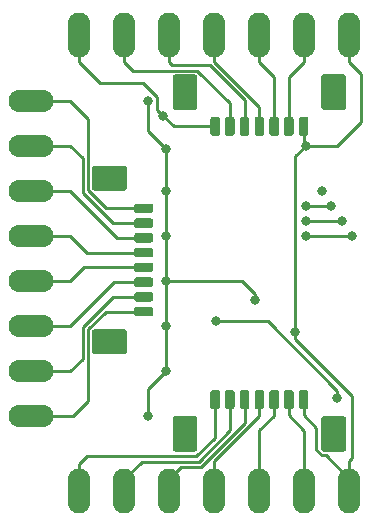
<source format=gbr>
G04 #@! TF.GenerationSoftware,KiCad,Pcbnew,5.1.5-5.1.5*
G04 #@! TF.CreationDate,2020-09-02T20:46:33-05:00*
G04 #@! TF.ProjectId,74HC597-Breakout,37344843-3539-4372-9d42-7265616b6f75,rev?*
G04 #@! TF.SameCoordinates,Original*
G04 #@! TF.FileFunction,Copper,L2,Bot*
G04 #@! TF.FilePolarity,Positive*
%FSLAX46Y46*%
G04 Gerber Fmt 4.6, Leading zero omitted, Abs format (unit mm)*
G04 Created by KiCad (PCBNEW 5.1.5-5.1.5) date 2020-09-02 20:46:33*
%MOMM*%
%LPD*%
G04 APERTURE LIST*
%ADD10O,3.810000X1.905000*%
%ADD11O,1.905000X3.810000*%
%ADD12C,0.100000*%
%ADD13C,0.800000*%
%ADD14C,0.250000*%
G04 APERTURE END LIST*
D10*
X128524000Y-128270000D03*
X128524000Y-124460000D03*
X128524000Y-120650000D03*
X128524000Y-101600000D03*
X128524000Y-105410000D03*
X128524000Y-116840000D03*
X128524000Y-113030000D03*
X128524000Y-109220000D03*
D11*
X132588000Y-96012000D03*
X136398000Y-96012000D03*
X155448000Y-96012000D03*
X151638000Y-96012000D03*
X140208000Y-96012000D03*
X144018000Y-96012000D03*
X147828000Y-96012000D03*
X155448000Y-134620000D03*
X151638000Y-134620000D03*
X132588000Y-134620000D03*
X136398000Y-134620000D03*
X147828000Y-134620000D03*
X144018000Y-134620000D03*
X140208000Y-134620000D03*
G04 #@! TA.AperFunction,SMDPad,CuDef*
D12*
G36*
X144297603Y-102946963D02*
G01*
X144317018Y-102949843D01*
X144336057Y-102954612D01*
X144354537Y-102961224D01*
X144372279Y-102969616D01*
X144389114Y-102979706D01*
X144404879Y-102991398D01*
X144419421Y-103004579D01*
X144432602Y-103019121D01*
X144444294Y-103034886D01*
X144454384Y-103051721D01*
X144462776Y-103069463D01*
X144469388Y-103087943D01*
X144474157Y-103106982D01*
X144477037Y-103126397D01*
X144478000Y-103146000D01*
X144478000Y-104346000D01*
X144477037Y-104365603D01*
X144474157Y-104385018D01*
X144469388Y-104404057D01*
X144462776Y-104422537D01*
X144454384Y-104440279D01*
X144444294Y-104457114D01*
X144432602Y-104472879D01*
X144419421Y-104487421D01*
X144404879Y-104500602D01*
X144389114Y-104512294D01*
X144372279Y-104522384D01*
X144354537Y-104530776D01*
X144336057Y-104537388D01*
X144317018Y-104542157D01*
X144297603Y-104545037D01*
X144278000Y-104546000D01*
X143878000Y-104546000D01*
X143858397Y-104545037D01*
X143838982Y-104542157D01*
X143819943Y-104537388D01*
X143801463Y-104530776D01*
X143783721Y-104522384D01*
X143766886Y-104512294D01*
X143751121Y-104500602D01*
X143736579Y-104487421D01*
X143723398Y-104472879D01*
X143711706Y-104457114D01*
X143701616Y-104440279D01*
X143693224Y-104422537D01*
X143686612Y-104404057D01*
X143681843Y-104385018D01*
X143678963Y-104365603D01*
X143678000Y-104346000D01*
X143678000Y-103146000D01*
X143678963Y-103126397D01*
X143681843Y-103106982D01*
X143686612Y-103087943D01*
X143693224Y-103069463D01*
X143701616Y-103051721D01*
X143711706Y-103034886D01*
X143723398Y-103019121D01*
X143736579Y-103004579D01*
X143751121Y-102991398D01*
X143766886Y-102979706D01*
X143783721Y-102969616D01*
X143801463Y-102961224D01*
X143819943Y-102954612D01*
X143838982Y-102949843D01*
X143858397Y-102946963D01*
X143878000Y-102946000D01*
X144278000Y-102946000D01*
X144297603Y-102946963D01*
G37*
G04 #@! TD.AperFunction*
G04 #@! TA.AperFunction,SMDPad,CuDef*
G36*
X145547603Y-102946963D02*
G01*
X145567018Y-102949843D01*
X145586057Y-102954612D01*
X145604537Y-102961224D01*
X145622279Y-102969616D01*
X145639114Y-102979706D01*
X145654879Y-102991398D01*
X145669421Y-103004579D01*
X145682602Y-103019121D01*
X145694294Y-103034886D01*
X145704384Y-103051721D01*
X145712776Y-103069463D01*
X145719388Y-103087943D01*
X145724157Y-103106982D01*
X145727037Y-103126397D01*
X145728000Y-103146000D01*
X145728000Y-104346000D01*
X145727037Y-104365603D01*
X145724157Y-104385018D01*
X145719388Y-104404057D01*
X145712776Y-104422537D01*
X145704384Y-104440279D01*
X145694294Y-104457114D01*
X145682602Y-104472879D01*
X145669421Y-104487421D01*
X145654879Y-104500602D01*
X145639114Y-104512294D01*
X145622279Y-104522384D01*
X145604537Y-104530776D01*
X145586057Y-104537388D01*
X145567018Y-104542157D01*
X145547603Y-104545037D01*
X145528000Y-104546000D01*
X145128000Y-104546000D01*
X145108397Y-104545037D01*
X145088982Y-104542157D01*
X145069943Y-104537388D01*
X145051463Y-104530776D01*
X145033721Y-104522384D01*
X145016886Y-104512294D01*
X145001121Y-104500602D01*
X144986579Y-104487421D01*
X144973398Y-104472879D01*
X144961706Y-104457114D01*
X144951616Y-104440279D01*
X144943224Y-104422537D01*
X144936612Y-104404057D01*
X144931843Y-104385018D01*
X144928963Y-104365603D01*
X144928000Y-104346000D01*
X144928000Y-103146000D01*
X144928963Y-103126397D01*
X144931843Y-103106982D01*
X144936612Y-103087943D01*
X144943224Y-103069463D01*
X144951616Y-103051721D01*
X144961706Y-103034886D01*
X144973398Y-103019121D01*
X144986579Y-103004579D01*
X145001121Y-102991398D01*
X145016886Y-102979706D01*
X145033721Y-102969616D01*
X145051463Y-102961224D01*
X145069943Y-102954612D01*
X145088982Y-102949843D01*
X145108397Y-102946963D01*
X145128000Y-102946000D01*
X145528000Y-102946000D01*
X145547603Y-102946963D01*
G37*
G04 #@! TD.AperFunction*
G04 #@! TA.AperFunction,SMDPad,CuDef*
G36*
X146797603Y-102946963D02*
G01*
X146817018Y-102949843D01*
X146836057Y-102954612D01*
X146854537Y-102961224D01*
X146872279Y-102969616D01*
X146889114Y-102979706D01*
X146904879Y-102991398D01*
X146919421Y-103004579D01*
X146932602Y-103019121D01*
X146944294Y-103034886D01*
X146954384Y-103051721D01*
X146962776Y-103069463D01*
X146969388Y-103087943D01*
X146974157Y-103106982D01*
X146977037Y-103126397D01*
X146978000Y-103146000D01*
X146978000Y-104346000D01*
X146977037Y-104365603D01*
X146974157Y-104385018D01*
X146969388Y-104404057D01*
X146962776Y-104422537D01*
X146954384Y-104440279D01*
X146944294Y-104457114D01*
X146932602Y-104472879D01*
X146919421Y-104487421D01*
X146904879Y-104500602D01*
X146889114Y-104512294D01*
X146872279Y-104522384D01*
X146854537Y-104530776D01*
X146836057Y-104537388D01*
X146817018Y-104542157D01*
X146797603Y-104545037D01*
X146778000Y-104546000D01*
X146378000Y-104546000D01*
X146358397Y-104545037D01*
X146338982Y-104542157D01*
X146319943Y-104537388D01*
X146301463Y-104530776D01*
X146283721Y-104522384D01*
X146266886Y-104512294D01*
X146251121Y-104500602D01*
X146236579Y-104487421D01*
X146223398Y-104472879D01*
X146211706Y-104457114D01*
X146201616Y-104440279D01*
X146193224Y-104422537D01*
X146186612Y-104404057D01*
X146181843Y-104385018D01*
X146178963Y-104365603D01*
X146178000Y-104346000D01*
X146178000Y-103146000D01*
X146178963Y-103126397D01*
X146181843Y-103106982D01*
X146186612Y-103087943D01*
X146193224Y-103069463D01*
X146201616Y-103051721D01*
X146211706Y-103034886D01*
X146223398Y-103019121D01*
X146236579Y-103004579D01*
X146251121Y-102991398D01*
X146266886Y-102979706D01*
X146283721Y-102969616D01*
X146301463Y-102961224D01*
X146319943Y-102954612D01*
X146338982Y-102949843D01*
X146358397Y-102946963D01*
X146378000Y-102946000D01*
X146778000Y-102946000D01*
X146797603Y-102946963D01*
G37*
G04 #@! TD.AperFunction*
G04 #@! TA.AperFunction,SMDPad,CuDef*
G36*
X148047603Y-102946963D02*
G01*
X148067018Y-102949843D01*
X148086057Y-102954612D01*
X148104537Y-102961224D01*
X148122279Y-102969616D01*
X148139114Y-102979706D01*
X148154879Y-102991398D01*
X148169421Y-103004579D01*
X148182602Y-103019121D01*
X148194294Y-103034886D01*
X148204384Y-103051721D01*
X148212776Y-103069463D01*
X148219388Y-103087943D01*
X148224157Y-103106982D01*
X148227037Y-103126397D01*
X148228000Y-103146000D01*
X148228000Y-104346000D01*
X148227037Y-104365603D01*
X148224157Y-104385018D01*
X148219388Y-104404057D01*
X148212776Y-104422537D01*
X148204384Y-104440279D01*
X148194294Y-104457114D01*
X148182602Y-104472879D01*
X148169421Y-104487421D01*
X148154879Y-104500602D01*
X148139114Y-104512294D01*
X148122279Y-104522384D01*
X148104537Y-104530776D01*
X148086057Y-104537388D01*
X148067018Y-104542157D01*
X148047603Y-104545037D01*
X148028000Y-104546000D01*
X147628000Y-104546000D01*
X147608397Y-104545037D01*
X147588982Y-104542157D01*
X147569943Y-104537388D01*
X147551463Y-104530776D01*
X147533721Y-104522384D01*
X147516886Y-104512294D01*
X147501121Y-104500602D01*
X147486579Y-104487421D01*
X147473398Y-104472879D01*
X147461706Y-104457114D01*
X147451616Y-104440279D01*
X147443224Y-104422537D01*
X147436612Y-104404057D01*
X147431843Y-104385018D01*
X147428963Y-104365603D01*
X147428000Y-104346000D01*
X147428000Y-103146000D01*
X147428963Y-103126397D01*
X147431843Y-103106982D01*
X147436612Y-103087943D01*
X147443224Y-103069463D01*
X147451616Y-103051721D01*
X147461706Y-103034886D01*
X147473398Y-103019121D01*
X147486579Y-103004579D01*
X147501121Y-102991398D01*
X147516886Y-102979706D01*
X147533721Y-102969616D01*
X147551463Y-102961224D01*
X147569943Y-102954612D01*
X147588982Y-102949843D01*
X147608397Y-102946963D01*
X147628000Y-102946000D01*
X148028000Y-102946000D01*
X148047603Y-102946963D01*
G37*
G04 #@! TD.AperFunction*
G04 #@! TA.AperFunction,SMDPad,CuDef*
G36*
X149297603Y-102946963D02*
G01*
X149317018Y-102949843D01*
X149336057Y-102954612D01*
X149354537Y-102961224D01*
X149372279Y-102969616D01*
X149389114Y-102979706D01*
X149404879Y-102991398D01*
X149419421Y-103004579D01*
X149432602Y-103019121D01*
X149444294Y-103034886D01*
X149454384Y-103051721D01*
X149462776Y-103069463D01*
X149469388Y-103087943D01*
X149474157Y-103106982D01*
X149477037Y-103126397D01*
X149478000Y-103146000D01*
X149478000Y-104346000D01*
X149477037Y-104365603D01*
X149474157Y-104385018D01*
X149469388Y-104404057D01*
X149462776Y-104422537D01*
X149454384Y-104440279D01*
X149444294Y-104457114D01*
X149432602Y-104472879D01*
X149419421Y-104487421D01*
X149404879Y-104500602D01*
X149389114Y-104512294D01*
X149372279Y-104522384D01*
X149354537Y-104530776D01*
X149336057Y-104537388D01*
X149317018Y-104542157D01*
X149297603Y-104545037D01*
X149278000Y-104546000D01*
X148878000Y-104546000D01*
X148858397Y-104545037D01*
X148838982Y-104542157D01*
X148819943Y-104537388D01*
X148801463Y-104530776D01*
X148783721Y-104522384D01*
X148766886Y-104512294D01*
X148751121Y-104500602D01*
X148736579Y-104487421D01*
X148723398Y-104472879D01*
X148711706Y-104457114D01*
X148701616Y-104440279D01*
X148693224Y-104422537D01*
X148686612Y-104404057D01*
X148681843Y-104385018D01*
X148678963Y-104365603D01*
X148678000Y-104346000D01*
X148678000Y-103146000D01*
X148678963Y-103126397D01*
X148681843Y-103106982D01*
X148686612Y-103087943D01*
X148693224Y-103069463D01*
X148701616Y-103051721D01*
X148711706Y-103034886D01*
X148723398Y-103019121D01*
X148736579Y-103004579D01*
X148751121Y-102991398D01*
X148766886Y-102979706D01*
X148783721Y-102969616D01*
X148801463Y-102961224D01*
X148819943Y-102954612D01*
X148838982Y-102949843D01*
X148858397Y-102946963D01*
X148878000Y-102946000D01*
X149278000Y-102946000D01*
X149297603Y-102946963D01*
G37*
G04 #@! TD.AperFunction*
G04 #@! TA.AperFunction,SMDPad,CuDef*
G36*
X150547603Y-102946963D02*
G01*
X150567018Y-102949843D01*
X150586057Y-102954612D01*
X150604537Y-102961224D01*
X150622279Y-102969616D01*
X150639114Y-102979706D01*
X150654879Y-102991398D01*
X150669421Y-103004579D01*
X150682602Y-103019121D01*
X150694294Y-103034886D01*
X150704384Y-103051721D01*
X150712776Y-103069463D01*
X150719388Y-103087943D01*
X150724157Y-103106982D01*
X150727037Y-103126397D01*
X150728000Y-103146000D01*
X150728000Y-104346000D01*
X150727037Y-104365603D01*
X150724157Y-104385018D01*
X150719388Y-104404057D01*
X150712776Y-104422537D01*
X150704384Y-104440279D01*
X150694294Y-104457114D01*
X150682602Y-104472879D01*
X150669421Y-104487421D01*
X150654879Y-104500602D01*
X150639114Y-104512294D01*
X150622279Y-104522384D01*
X150604537Y-104530776D01*
X150586057Y-104537388D01*
X150567018Y-104542157D01*
X150547603Y-104545037D01*
X150528000Y-104546000D01*
X150128000Y-104546000D01*
X150108397Y-104545037D01*
X150088982Y-104542157D01*
X150069943Y-104537388D01*
X150051463Y-104530776D01*
X150033721Y-104522384D01*
X150016886Y-104512294D01*
X150001121Y-104500602D01*
X149986579Y-104487421D01*
X149973398Y-104472879D01*
X149961706Y-104457114D01*
X149951616Y-104440279D01*
X149943224Y-104422537D01*
X149936612Y-104404057D01*
X149931843Y-104385018D01*
X149928963Y-104365603D01*
X149928000Y-104346000D01*
X149928000Y-103146000D01*
X149928963Y-103126397D01*
X149931843Y-103106982D01*
X149936612Y-103087943D01*
X149943224Y-103069463D01*
X149951616Y-103051721D01*
X149961706Y-103034886D01*
X149973398Y-103019121D01*
X149986579Y-103004579D01*
X150001121Y-102991398D01*
X150016886Y-102979706D01*
X150033721Y-102969616D01*
X150051463Y-102961224D01*
X150069943Y-102954612D01*
X150088982Y-102949843D01*
X150108397Y-102946963D01*
X150128000Y-102946000D01*
X150528000Y-102946000D01*
X150547603Y-102946963D01*
G37*
G04 #@! TD.AperFunction*
G04 #@! TA.AperFunction,SMDPad,CuDef*
G36*
X151797603Y-102946963D02*
G01*
X151817018Y-102949843D01*
X151836057Y-102954612D01*
X151854537Y-102961224D01*
X151872279Y-102969616D01*
X151889114Y-102979706D01*
X151904879Y-102991398D01*
X151919421Y-103004579D01*
X151932602Y-103019121D01*
X151944294Y-103034886D01*
X151954384Y-103051721D01*
X151962776Y-103069463D01*
X151969388Y-103087943D01*
X151974157Y-103106982D01*
X151977037Y-103126397D01*
X151978000Y-103146000D01*
X151978000Y-104346000D01*
X151977037Y-104365603D01*
X151974157Y-104385018D01*
X151969388Y-104404057D01*
X151962776Y-104422537D01*
X151954384Y-104440279D01*
X151944294Y-104457114D01*
X151932602Y-104472879D01*
X151919421Y-104487421D01*
X151904879Y-104500602D01*
X151889114Y-104512294D01*
X151872279Y-104522384D01*
X151854537Y-104530776D01*
X151836057Y-104537388D01*
X151817018Y-104542157D01*
X151797603Y-104545037D01*
X151778000Y-104546000D01*
X151378000Y-104546000D01*
X151358397Y-104545037D01*
X151338982Y-104542157D01*
X151319943Y-104537388D01*
X151301463Y-104530776D01*
X151283721Y-104522384D01*
X151266886Y-104512294D01*
X151251121Y-104500602D01*
X151236579Y-104487421D01*
X151223398Y-104472879D01*
X151211706Y-104457114D01*
X151201616Y-104440279D01*
X151193224Y-104422537D01*
X151186612Y-104404057D01*
X151181843Y-104385018D01*
X151178963Y-104365603D01*
X151178000Y-104346000D01*
X151178000Y-103146000D01*
X151178963Y-103126397D01*
X151181843Y-103106982D01*
X151186612Y-103087943D01*
X151193224Y-103069463D01*
X151201616Y-103051721D01*
X151211706Y-103034886D01*
X151223398Y-103019121D01*
X151236579Y-103004579D01*
X151251121Y-102991398D01*
X151266886Y-102979706D01*
X151283721Y-102969616D01*
X151301463Y-102961224D01*
X151319943Y-102954612D01*
X151338982Y-102949843D01*
X151358397Y-102946963D01*
X151378000Y-102946000D01*
X151778000Y-102946000D01*
X151797603Y-102946963D01*
G37*
G04 #@! TD.AperFunction*
G04 #@! TA.AperFunction,SMDPad,CuDef*
G36*
X142352504Y-99347204D02*
G01*
X142376773Y-99350804D01*
X142400571Y-99356765D01*
X142423671Y-99365030D01*
X142445849Y-99375520D01*
X142466893Y-99388133D01*
X142486598Y-99402747D01*
X142504777Y-99419223D01*
X142521253Y-99437402D01*
X142535867Y-99457107D01*
X142548480Y-99478151D01*
X142558970Y-99500329D01*
X142567235Y-99523429D01*
X142573196Y-99547227D01*
X142576796Y-99571496D01*
X142578000Y-99596000D01*
X142578000Y-102096000D01*
X142576796Y-102120504D01*
X142573196Y-102144773D01*
X142567235Y-102168571D01*
X142558970Y-102191671D01*
X142548480Y-102213849D01*
X142535867Y-102234893D01*
X142521253Y-102254598D01*
X142504777Y-102272777D01*
X142486598Y-102289253D01*
X142466893Y-102303867D01*
X142445849Y-102316480D01*
X142423671Y-102326970D01*
X142400571Y-102335235D01*
X142376773Y-102341196D01*
X142352504Y-102344796D01*
X142328000Y-102346000D01*
X140728000Y-102346000D01*
X140703496Y-102344796D01*
X140679227Y-102341196D01*
X140655429Y-102335235D01*
X140632329Y-102326970D01*
X140610151Y-102316480D01*
X140589107Y-102303867D01*
X140569402Y-102289253D01*
X140551223Y-102272777D01*
X140534747Y-102254598D01*
X140520133Y-102234893D01*
X140507520Y-102213849D01*
X140497030Y-102191671D01*
X140488765Y-102168571D01*
X140482804Y-102144773D01*
X140479204Y-102120504D01*
X140478000Y-102096000D01*
X140478000Y-99596000D01*
X140479204Y-99571496D01*
X140482804Y-99547227D01*
X140488765Y-99523429D01*
X140497030Y-99500329D01*
X140507520Y-99478151D01*
X140520133Y-99457107D01*
X140534747Y-99437402D01*
X140551223Y-99419223D01*
X140569402Y-99402747D01*
X140589107Y-99388133D01*
X140610151Y-99375520D01*
X140632329Y-99365030D01*
X140655429Y-99356765D01*
X140679227Y-99350804D01*
X140703496Y-99347204D01*
X140728000Y-99346000D01*
X142328000Y-99346000D01*
X142352504Y-99347204D01*
G37*
G04 #@! TD.AperFunction*
G04 #@! TA.AperFunction,SMDPad,CuDef*
G36*
X154952504Y-99347204D02*
G01*
X154976773Y-99350804D01*
X155000571Y-99356765D01*
X155023671Y-99365030D01*
X155045849Y-99375520D01*
X155066893Y-99388133D01*
X155086598Y-99402747D01*
X155104777Y-99419223D01*
X155121253Y-99437402D01*
X155135867Y-99457107D01*
X155148480Y-99478151D01*
X155158970Y-99500329D01*
X155167235Y-99523429D01*
X155173196Y-99547227D01*
X155176796Y-99571496D01*
X155178000Y-99596000D01*
X155178000Y-102096000D01*
X155176796Y-102120504D01*
X155173196Y-102144773D01*
X155167235Y-102168571D01*
X155158970Y-102191671D01*
X155148480Y-102213849D01*
X155135867Y-102234893D01*
X155121253Y-102254598D01*
X155104777Y-102272777D01*
X155086598Y-102289253D01*
X155066893Y-102303867D01*
X155045849Y-102316480D01*
X155023671Y-102326970D01*
X155000571Y-102335235D01*
X154976773Y-102341196D01*
X154952504Y-102344796D01*
X154928000Y-102346000D01*
X153328000Y-102346000D01*
X153303496Y-102344796D01*
X153279227Y-102341196D01*
X153255429Y-102335235D01*
X153232329Y-102326970D01*
X153210151Y-102316480D01*
X153189107Y-102303867D01*
X153169402Y-102289253D01*
X153151223Y-102272777D01*
X153134747Y-102254598D01*
X153120133Y-102234893D01*
X153107520Y-102213849D01*
X153097030Y-102191671D01*
X153088765Y-102168571D01*
X153082804Y-102144773D01*
X153079204Y-102120504D01*
X153078000Y-102096000D01*
X153078000Y-99596000D01*
X153079204Y-99571496D01*
X153082804Y-99547227D01*
X153088765Y-99523429D01*
X153097030Y-99500329D01*
X153107520Y-99478151D01*
X153120133Y-99457107D01*
X153134747Y-99437402D01*
X153151223Y-99419223D01*
X153169402Y-99402747D01*
X153189107Y-99388133D01*
X153210151Y-99375520D01*
X153232329Y-99365030D01*
X153255429Y-99356765D01*
X153279227Y-99350804D01*
X153303496Y-99347204D01*
X153328000Y-99346000D01*
X154928000Y-99346000D01*
X154952504Y-99347204D01*
G37*
G04 #@! TD.AperFunction*
G04 #@! TA.AperFunction,SMDPad,CuDef*
G36*
X142352504Y-128287204D02*
G01*
X142376773Y-128290804D01*
X142400571Y-128296765D01*
X142423671Y-128305030D01*
X142445849Y-128315520D01*
X142466893Y-128328133D01*
X142486598Y-128342747D01*
X142504777Y-128359223D01*
X142521253Y-128377402D01*
X142535867Y-128397107D01*
X142548480Y-128418151D01*
X142558970Y-128440329D01*
X142567235Y-128463429D01*
X142573196Y-128487227D01*
X142576796Y-128511496D01*
X142578000Y-128536000D01*
X142578000Y-131036000D01*
X142576796Y-131060504D01*
X142573196Y-131084773D01*
X142567235Y-131108571D01*
X142558970Y-131131671D01*
X142548480Y-131153849D01*
X142535867Y-131174893D01*
X142521253Y-131194598D01*
X142504777Y-131212777D01*
X142486598Y-131229253D01*
X142466893Y-131243867D01*
X142445849Y-131256480D01*
X142423671Y-131266970D01*
X142400571Y-131275235D01*
X142376773Y-131281196D01*
X142352504Y-131284796D01*
X142328000Y-131286000D01*
X140728000Y-131286000D01*
X140703496Y-131284796D01*
X140679227Y-131281196D01*
X140655429Y-131275235D01*
X140632329Y-131266970D01*
X140610151Y-131256480D01*
X140589107Y-131243867D01*
X140569402Y-131229253D01*
X140551223Y-131212777D01*
X140534747Y-131194598D01*
X140520133Y-131174893D01*
X140507520Y-131153849D01*
X140497030Y-131131671D01*
X140488765Y-131108571D01*
X140482804Y-131084773D01*
X140479204Y-131060504D01*
X140478000Y-131036000D01*
X140478000Y-128536000D01*
X140479204Y-128511496D01*
X140482804Y-128487227D01*
X140488765Y-128463429D01*
X140497030Y-128440329D01*
X140507520Y-128418151D01*
X140520133Y-128397107D01*
X140534747Y-128377402D01*
X140551223Y-128359223D01*
X140569402Y-128342747D01*
X140589107Y-128328133D01*
X140610151Y-128315520D01*
X140632329Y-128305030D01*
X140655429Y-128296765D01*
X140679227Y-128290804D01*
X140703496Y-128287204D01*
X140728000Y-128286000D01*
X142328000Y-128286000D01*
X142352504Y-128287204D01*
G37*
G04 #@! TD.AperFunction*
G04 #@! TA.AperFunction,SMDPad,CuDef*
G36*
X154952504Y-128287204D02*
G01*
X154976773Y-128290804D01*
X155000571Y-128296765D01*
X155023671Y-128305030D01*
X155045849Y-128315520D01*
X155066893Y-128328133D01*
X155086598Y-128342747D01*
X155104777Y-128359223D01*
X155121253Y-128377402D01*
X155135867Y-128397107D01*
X155148480Y-128418151D01*
X155158970Y-128440329D01*
X155167235Y-128463429D01*
X155173196Y-128487227D01*
X155176796Y-128511496D01*
X155178000Y-128536000D01*
X155178000Y-131036000D01*
X155176796Y-131060504D01*
X155173196Y-131084773D01*
X155167235Y-131108571D01*
X155158970Y-131131671D01*
X155148480Y-131153849D01*
X155135867Y-131174893D01*
X155121253Y-131194598D01*
X155104777Y-131212777D01*
X155086598Y-131229253D01*
X155066893Y-131243867D01*
X155045849Y-131256480D01*
X155023671Y-131266970D01*
X155000571Y-131275235D01*
X154976773Y-131281196D01*
X154952504Y-131284796D01*
X154928000Y-131286000D01*
X153328000Y-131286000D01*
X153303496Y-131284796D01*
X153279227Y-131281196D01*
X153255429Y-131275235D01*
X153232329Y-131266970D01*
X153210151Y-131256480D01*
X153189107Y-131243867D01*
X153169402Y-131229253D01*
X153151223Y-131212777D01*
X153134747Y-131194598D01*
X153120133Y-131174893D01*
X153107520Y-131153849D01*
X153097030Y-131131671D01*
X153088765Y-131108571D01*
X153082804Y-131084773D01*
X153079204Y-131060504D01*
X153078000Y-131036000D01*
X153078000Y-128536000D01*
X153079204Y-128511496D01*
X153082804Y-128487227D01*
X153088765Y-128463429D01*
X153097030Y-128440329D01*
X153107520Y-128418151D01*
X153120133Y-128397107D01*
X153134747Y-128377402D01*
X153151223Y-128359223D01*
X153169402Y-128342747D01*
X153189107Y-128328133D01*
X153210151Y-128315520D01*
X153232329Y-128305030D01*
X153255429Y-128296765D01*
X153279227Y-128290804D01*
X153303496Y-128287204D01*
X153328000Y-128286000D01*
X154928000Y-128286000D01*
X154952504Y-128287204D01*
G37*
G04 #@! TD.AperFunction*
G04 #@! TA.AperFunction,SMDPad,CuDef*
G36*
X144297603Y-126086963D02*
G01*
X144317018Y-126089843D01*
X144336057Y-126094612D01*
X144354537Y-126101224D01*
X144372279Y-126109616D01*
X144389114Y-126119706D01*
X144404879Y-126131398D01*
X144419421Y-126144579D01*
X144432602Y-126159121D01*
X144444294Y-126174886D01*
X144454384Y-126191721D01*
X144462776Y-126209463D01*
X144469388Y-126227943D01*
X144474157Y-126246982D01*
X144477037Y-126266397D01*
X144478000Y-126286000D01*
X144478000Y-127486000D01*
X144477037Y-127505603D01*
X144474157Y-127525018D01*
X144469388Y-127544057D01*
X144462776Y-127562537D01*
X144454384Y-127580279D01*
X144444294Y-127597114D01*
X144432602Y-127612879D01*
X144419421Y-127627421D01*
X144404879Y-127640602D01*
X144389114Y-127652294D01*
X144372279Y-127662384D01*
X144354537Y-127670776D01*
X144336057Y-127677388D01*
X144317018Y-127682157D01*
X144297603Y-127685037D01*
X144278000Y-127686000D01*
X143878000Y-127686000D01*
X143858397Y-127685037D01*
X143838982Y-127682157D01*
X143819943Y-127677388D01*
X143801463Y-127670776D01*
X143783721Y-127662384D01*
X143766886Y-127652294D01*
X143751121Y-127640602D01*
X143736579Y-127627421D01*
X143723398Y-127612879D01*
X143711706Y-127597114D01*
X143701616Y-127580279D01*
X143693224Y-127562537D01*
X143686612Y-127544057D01*
X143681843Y-127525018D01*
X143678963Y-127505603D01*
X143678000Y-127486000D01*
X143678000Y-126286000D01*
X143678963Y-126266397D01*
X143681843Y-126246982D01*
X143686612Y-126227943D01*
X143693224Y-126209463D01*
X143701616Y-126191721D01*
X143711706Y-126174886D01*
X143723398Y-126159121D01*
X143736579Y-126144579D01*
X143751121Y-126131398D01*
X143766886Y-126119706D01*
X143783721Y-126109616D01*
X143801463Y-126101224D01*
X143819943Y-126094612D01*
X143838982Y-126089843D01*
X143858397Y-126086963D01*
X143878000Y-126086000D01*
X144278000Y-126086000D01*
X144297603Y-126086963D01*
G37*
G04 #@! TD.AperFunction*
G04 #@! TA.AperFunction,SMDPad,CuDef*
G36*
X145547603Y-126086963D02*
G01*
X145567018Y-126089843D01*
X145586057Y-126094612D01*
X145604537Y-126101224D01*
X145622279Y-126109616D01*
X145639114Y-126119706D01*
X145654879Y-126131398D01*
X145669421Y-126144579D01*
X145682602Y-126159121D01*
X145694294Y-126174886D01*
X145704384Y-126191721D01*
X145712776Y-126209463D01*
X145719388Y-126227943D01*
X145724157Y-126246982D01*
X145727037Y-126266397D01*
X145728000Y-126286000D01*
X145728000Y-127486000D01*
X145727037Y-127505603D01*
X145724157Y-127525018D01*
X145719388Y-127544057D01*
X145712776Y-127562537D01*
X145704384Y-127580279D01*
X145694294Y-127597114D01*
X145682602Y-127612879D01*
X145669421Y-127627421D01*
X145654879Y-127640602D01*
X145639114Y-127652294D01*
X145622279Y-127662384D01*
X145604537Y-127670776D01*
X145586057Y-127677388D01*
X145567018Y-127682157D01*
X145547603Y-127685037D01*
X145528000Y-127686000D01*
X145128000Y-127686000D01*
X145108397Y-127685037D01*
X145088982Y-127682157D01*
X145069943Y-127677388D01*
X145051463Y-127670776D01*
X145033721Y-127662384D01*
X145016886Y-127652294D01*
X145001121Y-127640602D01*
X144986579Y-127627421D01*
X144973398Y-127612879D01*
X144961706Y-127597114D01*
X144951616Y-127580279D01*
X144943224Y-127562537D01*
X144936612Y-127544057D01*
X144931843Y-127525018D01*
X144928963Y-127505603D01*
X144928000Y-127486000D01*
X144928000Y-126286000D01*
X144928963Y-126266397D01*
X144931843Y-126246982D01*
X144936612Y-126227943D01*
X144943224Y-126209463D01*
X144951616Y-126191721D01*
X144961706Y-126174886D01*
X144973398Y-126159121D01*
X144986579Y-126144579D01*
X145001121Y-126131398D01*
X145016886Y-126119706D01*
X145033721Y-126109616D01*
X145051463Y-126101224D01*
X145069943Y-126094612D01*
X145088982Y-126089843D01*
X145108397Y-126086963D01*
X145128000Y-126086000D01*
X145528000Y-126086000D01*
X145547603Y-126086963D01*
G37*
G04 #@! TD.AperFunction*
G04 #@! TA.AperFunction,SMDPad,CuDef*
G36*
X146797603Y-126086963D02*
G01*
X146817018Y-126089843D01*
X146836057Y-126094612D01*
X146854537Y-126101224D01*
X146872279Y-126109616D01*
X146889114Y-126119706D01*
X146904879Y-126131398D01*
X146919421Y-126144579D01*
X146932602Y-126159121D01*
X146944294Y-126174886D01*
X146954384Y-126191721D01*
X146962776Y-126209463D01*
X146969388Y-126227943D01*
X146974157Y-126246982D01*
X146977037Y-126266397D01*
X146978000Y-126286000D01*
X146978000Y-127486000D01*
X146977037Y-127505603D01*
X146974157Y-127525018D01*
X146969388Y-127544057D01*
X146962776Y-127562537D01*
X146954384Y-127580279D01*
X146944294Y-127597114D01*
X146932602Y-127612879D01*
X146919421Y-127627421D01*
X146904879Y-127640602D01*
X146889114Y-127652294D01*
X146872279Y-127662384D01*
X146854537Y-127670776D01*
X146836057Y-127677388D01*
X146817018Y-127682157D01*
X146797603Y-127685037D01*
X146778000Y-127686000D01*
X146378000Y-127686000D01*
X146358397Y-127685037D01*
X146338982Y-127682157D01*
X146319943Y-127677388D01*
X146301463Y-127670776D01*
X146283721Y-127662384D01*
X146266886Y-127652294D01*
X146251121Y-127640602D01*
X146236579Y-127627421D01*
X146223398Y-127612879D01*
X146211706Y-127597114D01*
X146201616Y-127580279D01*
X146193224Y-127562537D01*
X146186612Y-127544057D01*
X146181843Y-127525018D01*
X146178963Y-127505603D01*
X146178000Y-127486000D01*
X146178000Y-126286000D01*
X146178963Y-126266397D01*
X146181843Y-126246982D01*
X146186612Y-126227943D01*
X146193224Y-126209463D01*
X146201616Y-126191721D01*
X146211706Y-126174886D01*
X146223398Y-126159121D01*
X146236579Y-126144579D01*
X146251121Y-126131398D01*
X146266886Y-126119706D01*
X146283721Y-126109616D01*
X146301463Y-126101224D01*
X146319943Y-126094612D01*
X146338982Y-126089843D01*
X146358397Y-126086963D01*
X146378000Y-126086000D01*
X146778000Y-126086000D01*
X146797603Y-126086963D01*
G37*
G04 #@! TD.AperFunction*
G04 #@! TA.AperFunction,SMDPad,CuDef*
G36*
X148047603Y-126086963D02*
G01*
X148067018Y-126089843D01*
X148086057Y-126094612D01*
X148104537Y-126101224D01*
X148122279Y-126109616D01*
X148139114Y-126119706D01*
X148154879Y-126131398D01*
X148169421Y-126144579D01*
X148182602Y-126159121D01*
X148194294Y-126174886D01*
X148204384Y-126191721D01*
X148212776Y-126209463D01*
X148219388Y-126227943D01*
X148224157Y-126246982D01*
X148227037Y-126266397D01*
X148228000Y-126286000D01*
X148228000Y-127486000D01*
X148227037Y-127505603D01*
X148224157Y-127525018D01*
X148219388Y-127544057D01*
X148212776Y-127562537D01*
X148204384Y-127580279D01*
X148194294Y-127597114D01*
X148182602Y-127612879D01*
X148169421Y-127627421D01*
X148154879Y-127640602D01*
X148139114Y-127652294D01*
X148122279Y-127662384D01*
X148104537Y-127670776D01*
X148086057Y-127677388D01*
X148067018Y-127682157D01*
X148047603Y-127685037D01*
X148028000Y-127686000D01*
X147628000Y-127686000D01*
X147608397Y-127685037D01*
X147588982Y-127682157D01*
X147569943Y-127677388D01*
X147551463Y-127670776D01*
X147533721Y-127662384D01*
X147516886Y-127652294D01*
X147501121Y-127640602D01*
X147486579Y-127627421D01*
X147473398Y-127612879D01*
X147461706Y-127597114D01*
X147451616Y-127580279D01*
X147443224Y-127562537D01*
X147436612Y-127544057D01*
X147431843Y-127525018D01*
X147428963Y-127505603D01*
X147428000Y-127486000D01*
X147428000Y-126286000D01*
X147428963Y-126266397D01*
X147431843Y-126246982D01*
X147436612Y-126227943D01*
X147443224Y-126209463D01*
X147451616Y-126191721D01*
X147461706Y-126174886D01*
X147473398Y-126159121D01*
X147486579Y-126144579D01*
X147501121Y-126131398D01*
X147516886Y-126119706D01*
X147533721Y-126109616D01*
X147551463Y-126101224D01*
X147569943Y-126094612D01*
X147588982Y-126089843D01*
X147608397Y-126086963D01*
X147628000Y-126086000D01*
X148028000Y-126086000D01*
X148047603Y-126086963D01*
G37*
G04 #@! TD.AperFunction*
G04 #@! TA.AperFunction,SMDPad,CuDef*
G36*
X149297603Y-126086963D02*
G01*
X149317018Y-126089843D01*
X149336057Y-126094612D01*
X149354537Y-126101224D01*
X149372279Y-126109616D01*
X149389114Y-126119706D01*
X149404879Y-126131398D01*
X149419421Y-126144579D01*
X149432602Y-126159121D01*
X149444294Y-126174886D01*
X149454384Y-126191721D01*
X149462776Y-126209463D01*
X149469388Y-126227943D01*
X149474157Y-126246982D01*
X149477037Y-126266397D01*
X149478000Y-126286000D01*
X149478000Y-127486000D01*
X149477037Y-127505603D01*
X149474157Y-127525018D01*
X149469388Y-127544057D01*
X149462776Y-127562537D01*
X149454384Y-127580279D01*
X149444294Y-127597114D01*
X149432602Y-127612879D01*
X149419421Y-127627421D01*
X149404879Y-127640602D01*
X149389114Y-127652294D01*
X149372279Y-127662384D01*
X149354537Y-127670776D01*
X149336057Y-127677388D01*
X149317018Y-127682157D01*
X149297603Y-127685037D01*
X149278000Y-127686000D01*
X148878000Y-127686000D01*
X148858397Y-127685037D01*
X148838982Y-127682157D01*
X148819943Y-127677388D01*
X148801463Y-127670776D01*
X148783721Y-127662384D01*
X148766886Y-127652294D01*
X148751121Y-127640602D01*
X148736579Y-127627421D01*
X148723398Y-127612879D01*
X148711706Y-127597114D01*
X148701616Y-127580279D01*
X148693224Y-127562537D01*
X148686612Y-127544057D01*
X148681843Y-127525018D01*
X148678963Y-127505603D01*
X148678000Y-127486000D01*
X148678000Y-126286000D01*
X148678963Y-126266397D01*
X148681843Y-126246982D01*
X148686612Y-126227943D01*
X148693224Y-126209463D01*
X148701616Y-126191721D01*
X148711706Y-126174886D01*
X148723398Y-126159121D01*
X148736579Y-126144579D01*
X148751121Y-126131398D01*
X148766886Y-126119706D01*
X148783721Y-126109616D01*
X148801463Y-126101224D01*
X148819943Y-126094612D01*
X148838982Y-126089843D01*
X148858397Y-126086963D01*
X148878000Y-126086000D01*
X149278000Y-126086000D01*
X149297603Y-126086963D01*
G37*
G04 #@! TD.AperFunction*
G04 #@! TA.AperFunction,SMDPad,CuDef*
G36*
X150547603Y-126086963D02*
G01*
X150567018Y-126089843D01*
X150586057Y-126094612D01*
X150604537Y-126101224D01*
X150622279Y-126109616D01*
X150639114Y-126119706D01*
X150654879Y-126131398D01*
X150669421Y-126144579D01*
X150682602Y-126159121D01*
X150694294Y-126174886D01*
X150704384Y-126191721D01*
X150712776Y-126209463D01*
X150719388Y-126227943D01*
X150724157Y-126246982D01*
X150727037Y-126266397D01*
X150728000Y-126286000D01*
X150728000Y-127486000D01*
X150727037Y-127505603D01*
X150724157Y-127525018D01*
X150719388Y-127544057D01*
X150712776Y-127562537D01*
X150704384Y-127580279D01*
X150694294Y-127597114D01*
X150682602Y-127612879D01*
X150669421Y-127627421D01*
X150654879Y-127640602D01*
X150639114Y-127652294D01*
X150622279Y-127662384D01*
X150604537Y-127670776D01*
X150586057Y-127677388D01*
X150567018Y-127682157D01*
X150547603Y-127685037D01*
X150528000Y-127686000D01*
X150128000Y-127686000D01*
X150108397Y-127685037D01*
X150088982Y-127682157D01*
X150069943Y-127677388D01*
X150051463Y-127670776D01*
X150033721Y-127662384D01*
X150016886Y-127652294D01*
X150001121Y-127640602D01*
X149986579Y-127627421D01*
X149973398Y-127612879D01*
X149961706Y-127597114D01*
X149951616Y-127580279D01*
X149943224Y-127562537D01*
X149936612Y-127544057D01*
X149931843Y-127525018D01*
X149928963Y-127505603D01*
X149928000Y-127486000D01*
X149928000Y-126286000D01*
X149928963Y-126266397D01*
X149931843Y-126246982D01*
X149936612Y-126227943D01*
X149943224Y-126209463D01*
X149951616Y-126191721D01*
X149961706Y-126174886D01*
X149973398Y-126159121D01*
X149986579Y-126144579D01*
X150001121Y-126131398D01*
X150016886Y-126119706D01*
X150033721Y-126109616D01*
X150051463Y-126101224D01*
X150069943Y-126094612D01*
X150088982Y-126089843D01*
X150108397Y-126086963D01*
X150128000Y-126086000D01*
X150528000Y-126086000D01*
X150547603Y-126086963D01*
G37*
G04 #@! TD.AperFunction*
G04 #@! TA.AperFunction,SMDPad,CuDef*
G36*
X151797603Y-126086963D02*
G01*
X151817018Y-126089843D01*
X151836057Y-126094612D01*
X151854537Y-126101224D01*
X151872279Y-126109616D01*
X151889114Y-126119706D01*
X151904879Y-126131398D01*
X151919421Y-126144579D01*
X151932602Y-126159121D01*
X151944294Y-126174886D01*
X151954384Y-126191721D01*
X151962776Y-126209463D01*
X151969388Y-126227943D01*
X151974157Y-126246982D01*
X151977037Y-126266397D01*
X151978000Y-126286000D01*
X151978000Y-127486000D01*
X151977037Y-127505603D01*
X151974157Y-127525018D01*
X151969388Y-127544057D01*
X151962776Y-127562537D01*
X151954384Y-127580279D01*
X151944294Y-127597114D01*
X151932602Y-127612879D01*
X151919421Y-127627421D01*
X151904879Y-127640602D01*
X151889114Y-127652294D01*
X151872279Y-127662384D01*
X151854537Y-127670776D01*
X151836057Y-127677388D01*
X151817018Y-127682157D01*
X151797603Y-127685037D01*
X151778000Y-127686000D01*
X151378000Y-127686000D01*
X151358397Y-127685037D01*
X151338982Y-127682157D01*
X151319943Y-127677388D01*
X151301463Y-127670776D01*
X151283721Y-127662384D01*
X151266886Y-127652294D01*
X151251121Y-127640602D01*
X151236579Y-127627421D01*
X151223398Y-127612879D01*
X151211706Y-127597114D01*
X151201616Y-127580279D01*
X151193224Y-127562537D01*
X151186612Y-127544057D01*
X151181843Y-127525018D01*
X151178963Y-127505603D01*
X151178000Y-127486000D01*
X151178000Y-126286000D01*
X151178963Y-126266397D01*
X151181843Y-126246982D01*
X151186612Y-126227943D01*
X151193224Y-126209463D01*
X151201616Y-126191721D01*
X151211706Y-126174886D01*
X151223398Y-126159121D01*
X151236579Y-126144579D01*
X151251121Y-126131398D01*
X151266886Y-126119706D01*
X151283721Y-126109616D01*
X151301463Y-126101224D01*
X151319943Y-126094612D01*
X151338982Y-126089843D01*
X151358397Y-126086963D01*
X151378000Y-126086000D01*
X151778000Y-126086000D01*
X151797603Y-126086963D01*
G37*
G04 #@! TD.AperFunction*
G04 #@! TA.AperFunction,SMDPad,CuDef*
G36*
X138655603Y-119037963D02*
G01*
X138675018Y-119040843D01*
X138694057Y-119045612D01*
X138712537Y-119052224D01*
X138730279Y-119060616D01*
X138747114Y-119070706D01*
X138762879Y-119082398D01*
X138777421Y-119095579D01*
X138790602Y-119110121D01*
X138802294Y-119125886D01*
X138812384Y-119142721D01*
X138820776Y-119160463D01*
X138827388Y-119178943D01*
X138832157Y-119197982D01*
X138835037Y-119217397D01*
X138836000Y-119237000D01*
X138836000Y-119637000D01*
X138835037Y-119656603D01*
X138832157Y-119676018D01*
X138827388Y-119695057D01*
X138820776Y-119713537D01*
X138812384Y-119731279D01*
X138802294Y-119748114D01*
X138790602Y-119763879D01*
X138777421Y-119778421D01*
X138762879Y-119791602D01*
X138747114Y-119803294D01*
X138730279Y-119813384D01*
X138712537Y-119821776D01*
X138694057Y-119828388D01*
X138675018Y-119833157D01*
X138655603Y-119836037D01*
X138636000Y-119837000D01*
X137436000Y-119837000D01*
X137416397Y-119836037D01*
X137396982Y-119833157D01*
X137377943Y-119828388D01*
X137359463Y-119821776D01*
X137341721Y-119813384D01*
X137324886Y-119803294D01*
X137309121Y-119791602D01*
X137294579Y-119778421D01*
X137281398Y-119763879D01*
X137269706Y-119748114D01*
X137259616Y-119731279D01*
X137251224Y-119713537D01*
X137244612Y-119695057D01*
X137239843Y-119676018D01*
X137236963Y-119656603D01*
X137236000Y-119637000D01*
X137236000Y-119237000D01*
X137236963Y-119217397D01*
X137239843Y-119197982D01*
X137244612Y-119178943D01*
X137251224Y-119160463D01*
X137259616Y-119142721D01*
X137269706Y-119125886D01*
X137281398Y-119110121D01*
X137294579Y-119095579D01*
X137309121Y-119082398D01*
X137324886Y-119070706D01*
X137341721Y-119060616D01*
X137359463Y-119052224D01*
X137377943Y-119045612D01*
X137396982Y-119040843D01*
X137416397Y-119037963D01*
X137436000Y-119037000D01*
X138636000Y-119037000D01*
X138655603Y-119037963D01*
G37*
G04 #@! TD.AperFunction*
G04 #@! TA.AperFunction,SMDPad,CuDef*
G36*
X138655603Y-117787963D02*
G01*
X138675018Y-117790843D01*
X138694057Y-117795612D01*
X138712537Y-117802224D01*
X138730279Y-117810616D01*
X138747114Y-117820706D01*
X138762879Y-117832398D01*
X138777421Y-117845579D01*
X138790602Y-117860121D01*
X138802294Y-117875886D01*
X138812384Y-117892721D01*
X138820776Y-117910463D01*
X138827388Y-117928943D01*
X138832157Y-117947982D01*
X138835037Y-117967397D01*
X138836000Y-117987000D01*
X138836000Y-118387000D01*
X138835037Y-118406603D01*
X138832157Y-118426018D01*
X138827388Y-118445057D01*
X138820776Y-118463537D01*
X138812384Y-118481279D01*
X138802294Y-118498114D01*
X138790602Y-118513879D01*
X138777421Y-118528421D01*
X138762879Y-118541602D01*
X138747114Y-118553294D01*
X138730279Y-118563384D01*
X138712537Y-118571776D01*
X138694057Y-118578388D01*
X138675018Y-118583157D01*
X138655603Y-118586037D01*
X138636000Y-118587000D01*
X137436000Y-118587000D01*
X137416397Y-118586037D01*
X137396982Y-118583157D01*
X137377943Y-118578388D01*
X137359463Y-118571776D01*
X137341721Y-118563384D01*
X137324886Y-118553294D01*
X137309121Y-118541602D01*
X137294579Y-118528421D01*
X137281398Y-118513879D01*
X137269706Y-118498114D01*
X137259616Y-118481279D01*
X137251224Y-118463537D01*
X137244612Y-118445057D01*
X137239843Y-118426018D01*
X137236963Y-118406603D01*
X137236000Y-118387000D01*
X137236000Y-117987000D01*
X137236963Y-117967397D01*
X137239843Y-117947982D01*
X137244612Y-117928943D01*
X137251224Y-117910463D01*
X137259616Y-117892721D01*
X137269706Y-117875886D01*
X137281398Y-117860121D01*
X137294579Y-117845579D01*
X137309121Y-117832398D01*
X137324886Y-117820706D01*
X137341721Y-117810616D01*
X137359463Y-117802224D01*
X137377943Y-117795612D01*
X137396982Y-117790843D01*
X137416397Y-117787963D01*
X137436000Y-117787000D01*
X138636000Y-117787000D01*
X138655603Y-117787963D01*
G37*
G04 #@! TD.AperFunction*
G04 #@! TA.AperFunction,SMDPad,CuDef*
G36*
X138655603Y-116537963D02*
G01*
X138675018Y-116540843D01*
X138694057Y-116545612D01*
X138712537Y-116552224D01*
X138730279Y-116560616D01*
X138747114Y-116570706D01*
X138762879Y-116582398D01*
X138777421Y-116595579D01*
X138790602Y-116610121D01*
X138802294Y-116625886D01*
X138812384Y-116642721D01*
X138820776Y-116660463D01*
X138827388Y-116678943D01*
X138832157Y-116697982D01*
X138835037Y-116717397D01*
X138836000Y-116737000D01*
X138836000Y-117137000D01*
X138835037Y-117156603D01*
X138832157Y-117176018D01*
X138827388Y-117195057D01*
X138820776Y-117213537D01*
X138812384Y-117231279D01*
X138802294Y-117248114D01*
X138790602Y-117263879D01*
X138777421Y-117278421D01*
X138762879Y-117291602D01*
X138747114Y-117303294D01*
X138730279Y-117313384D01*
X138712537Y-117321776D01*
X138694057Y-117328388D01*
X138675018Y-117333157D01*
X138655603Y-117336037D01*
X138636000Y-117337000D01*
X137436000Y-117337000D01*
X137416397Y-117336037D01*
X137396982Y-117333157D01*
X137377943Y-117328388D01*
X137359463Y-117321776D01*
X137341721Y-117313384D01*
X137324886Y-117303294D01*
X137309121Y-117291602D01*
X137294579Y-117278421D01*
X137281398Y-117263879D01*
X137269706Y-117248114D01*
X137259616Y-117231279D01*
X137251224Y-117213537D01*
X137244612Y-117195057D01*
X137239843Y-117176018D01*
X137236963Y-117156603D01*
X137236000Y-117137000D01*
X137236000Y-116737000D01*
X137236963Y-116717397D01*
X137239843Y-116697982D01*
X137244612Y-116678943D01*
X137251224Y-116660463D01*
X137259616Y-116642721D01*
X137269706Y-116625886D01*
X137281398Y-116610121D01*
X137294579Y-116595579D01*
X137309121Y-116582398D01*
X137324886Y-116570706D01*
X137341721Y-116560616D01*
X137359463Y-116552224D01*
X137377943Y-116545612D01*
X137396982Y-116540843D01*
X137416397Y-116537963D01*
X137436000Y-116537000D01*
X138636000Y-116537000D01*
X138655603Y-116537963D01*
G37*
G04 #@! TD.AperFunction*
G04 #@! TA.AperFunction,SMDPad,CuDef*
G36*
X138655603Y-115287963D02*
G01*
X138675018Y-115290843D01*
X138694057Y-115295612D01*
X138712537Y-115302224D01*
X138730279Y-115310616D01*
X138747114Y-115320706D01*
X138762879Y-115332398D01*
X138777421Y-115345579D01*
X138790602Y-115360121D01*
X138802294Y-115375886D01*
X138812384Y-115392721D01*
X138820776Y-115410463D01*
X138827388Y-115428943D01*
X138832157Y-115447982D01*
X138835037Y-115467397D01*
X138836000Y-115487000D01*
X138836000Y-115887000D01*
X138835037Y-115906603D01*
X138832157Y-115926018D01*
X138827388Y-115945057D01*
X138820776Y-115963537D01*
X138812384Y-115981279D01*
X138802294Y-115998114D01*
X138790602Y-116013879D01*
X138777421Y-116028421D01*
X138762879Y-116041602D01*
X138747114Y-116053294D01*
X138730279Y-116063384D01*
X138712537Y-116071776D01*
X138694057Y-116078388D01*
X138675018Y-116083157D01*
X138655603Y-116086037D01*
X138636000Y-116087000D01*
X137436000Y-116087000D01*
X137416397Y-116086037D01*
X137396982Y-116083157D01*
X137377943Y-116078388D01*
X137359463Y-116071776D01*
X137341721Y-116063384D01*
X137324886Y-116053294D01*
X137309121Y-116041602D01*
X137294579Y-116028421D01*
X137281398Y-116013879D01*
X137269706Y-115998114D01*
X137259616Y-115981279D01*
X137251224Y-115963537D01*
X137244612Y-115945057D01*
X137239843Y-115926018D01*
X137236963Y-115906603D01*
X137236000Y-115887000D01*
X137236000Y-115487000D01*
X137236963Y-115467397D01*
X137239843Y-115447982D01*
X137244612Y-115428943D01*
X137251224Y-115410463D01*
X137259616Y-115392721D01*
X137269706Y-115375886D01*
X137281398Y-115360121D01*
X137294579Y-115345579D01*
X137309121Y-115332398D01*
X137324886Y-115320706D01*
X137341721Y-115310616D01*
X137359463Y-115302224D01*
X137377943Y-115295612D01*
X137396982Y-115290843D01*
X137416397Y-115287963D01*
X137436000Y-115287000D01*
X138636000Y-115287000D01*
X138655603Y-115287963D01*
G37*
G04 #@! TD.AperFunction*
G04 #@! TA.AperFunction,SMDPad,CuDef*
G36*
X138655603Y-114037963D02*
G01*
X138675018Y-114040843D01*
X138694057Y-114045612D01*
X138712537Y-114052224D01*
X138730279Y-114060616D01*
X138747114Y-114070706D01*
X138762879Y-114082398D01*
X138777421Y-114095579D01*
X138790602Y-114110121D01*
X138802294Y-114125886D01*
X138812384Y-114142721D01*
X138820776Y-114160463D01*
X138827388Y-114178943D01*
X138832157Y-114197982D01*
X138835037Y-114217397D01*
X138836000Y-114237000D01*
X138836000Y-114637000D01*
X138835037Y-114656603D01*
X138832157Y-114676018D01*
X138827388Y-114695057D01*
X138820776Y-114713537D01*
X138812384Y-114731279D01*
X138802294Y-114748114D01*
X138790602Y-114763879D01*
X138777421Y-114778421D01*
X138762879Y-114791602D01*
X138747114Y-114803294D01*
X138730279Y-114813384D01*
X138712537Y-114821776D01*
X138694057Y-114828388D01*
X138675018Y-114833157D01*
X138655603Y-114836037D01*
X138636000Y-114837000D01*
X137436000Y-114837000D01*
X137416397Y-114836037D01*
X137396982Y-114833157D01*
X137377943Y-114828388D01*
X137359463Y-114821776D01*
X137341721Y-114813384D01*
X137324886Y-114803294D01*
X137309121Y-114791602D01*
X137294579Y-114778421D01*
X137281398Y-114763879D01*
X137269706Y-114748114D01*
X137259616Y-114731279D01*
X137251224Y-114713537D01*
X137244612Y-114695057D01*
X137239843Y-114676018D01*
X137236963Y-114656603D01*
X137236000Y-114637000D01*
X137236000Y-114237000D01*
X137236963Y-114217397D01*
X137239843Y-114197982D01*
X137244612Y-114178943D01*
X137251224Y-114160463D01*
X137259616Y-114142721D01*
X137269706Y-114125886D01*
X137281398Y-114110121D01*
X137294579Y-114095579D01*
X137309121Y-114082398D01*
X137324886Y-114070706D01*
X137341721Y-114060616D01*
X137359463Y-114052224D01*
X137377943Y-114045612D01*
X137396982Y-114040843D01*
X137416397Y-114037963D01*
X137436000Y-114037000D01*
X138636000Y-114037000D01*
X138655603Y-114037963D01*
G37*
G04 #@! TD.AperFunction*
G04 #@! TA.AperFunction,SMDPad,CuDef*
G36*
X138655603Y-112787963D02*
G01*
X138675018Y-112790843D01*
X138694057Y-112795612D01*
X138712537Y-112802224D01*
X138730279Y-112810616D01*
X138747114Y-112820706D01*
X138762879Y-112832398D01*
X138777421Y-112845579D01*
X138790602Y-112860121D01*
X138802294Y-112875886D01*
X138812384Y-112892721D01*
X138820776Y-112910463D01*
X138827388Y-112928943D01*
X138832157Y-112947982D01*
X138835037Y-112967397D01*
X138836000Y-112987000D01*
X138836000Y-113387000D01*
X138835037Y-113406603D01*
X138832157Y-113426018D01*
X138827388Y-113445057D01*
X138820776Y-113463537D01*
X138812384Y-113481279D01*
X138802294Y-113498114D01*
X138790602Y-113513879D01*
X138777421Y-113528421D01*
X138762879Y-113541602D01*
X138747114Y-113553294D01*
X138730279Y-113563384D01*
X138712537Y-113571776D01*
X138694057Y-113578388D01*
X138675018Y-113583157D01*
X138655603Y-113586037D01*
X138636000Y-113587000D01*
X137436000Y-113587000D01*
X137416397Y-113586037D01*
X137396982Y-113583157D01*
X137377943Y-113578388D01*
X137359463Y-113571776D01*
X137341721Y-113563384D01*
X137324886Y-113553294D01*
X137309121Y-113541602D01*
X137294579Y-113528421D01*
X137281398Y-113513879D01*
X137269706Y-113498114D01*
X137259616Y-113481279D01*
X137251224Y-113463537D01*
X137244612Y-113445057D01*
X137239843Y-113426018D01*
X137236963Y-113406603D01*
X137236000Y-113387000D01*
X137236000Y-112987000D01*
X137236963Y-112967397D01*
X137239843Y-112947982D01*
X137244612Y-112928943D01*
X137251224Y-112910463D01*
X137259616Y-112892721D01*
X137269706Y-112875886D01*
X137281398Y-112860121D01*
X137294579Y-112845579D01*
X137309121Y-112832398D01*
X137324886Y-112820706D01*
X137341721Y-112810616D01*
X137359463Y-112802224D01*
X137377943Y-112795612D01*
X137396982Y-112790843D01*
X137416397Y-112787963D01*
X137436000Y-112787000D01*
X138636000Y-112787000D01*
X138655603Y-112787963D01*
G37*
G04 #@! TD.AperFunction*
G04 #@! TA.AperFunction,SMDPad,CuDef*
G36*
X138655603Y-111537963D02*
G01*
X138675018Y-111540843D01*
X138694057Y-111545612D01*
X138712537Y-111552224D01*
X138730279Y-111560616D01*
X138747114Y-111570706D01*
X138762879Y-111582398D01*
X138777421Y-111595579D01*
X138790602Y-111610121D01*
X138802294Y-111625886D01*
X138812384Y-111642721D01*
X138820776Y-111660463D01*
X138827388Y-111678943D01*
X138832157Y-111697982D01*
X138835037Y-111717397D01*
X138836000Y-111737000D01*
X138836000Y-112137000D01*
X138835037Y-112156603D01*
X138832157Y-112176018D01*
X138827388Y-112195057D01*
X138820776Y-112213537D01*
X138812384Y-112231279D01*
X138802294Y-112248114D01*
X138790602Y-112263879D01*
X138777421Y-112278421D01*
X138762879Y-112291602D01*
X138747114Y-112303294D01*
X138730279Y-112313384D01*
X138712537Y-112321776D01*
X138694057Y-112328388D01*
X138675018Y-112333157D01*
X138655603Y-112336037D01*
X138636000Y-112337000D01*
X137436000Y-112337000D01*
X137416397Y-112336037D01*
X137396982Y-112333157D01*
X137377943Y-112328388D01*
X137359463Y-112321776D01*
X137341721Y-112313384D01*
X137324886Y-112303294D01*
X137309121Y-112291602D01*
X137294579Y-112278421D01*
X137281398Y-112263879D01*
X137269706Y-112248114D01*
X137259616Y-112231279D01*
X137251224Y-112213537D01*
X137244612Y-112195057D01*
X137239843Y-112176018D01*
X137236963Y-112156603D01*
X137236000Y-112137000D01*
X137236000Y-111737000D01*
X137236963Y-111717397D01*
X137239843Y-111697982D01*
X137244612Y-111678943D01*
X137251224Y-111660463D01*
X137259616Y-111642721D01*
X137269706Y-111625886D01*
X137281398Y-111610121D01*
X137294579Y-111595579D01*
X137309121Y-111582398D01*
X137324886Y-111570706D01*
X137341721Y-111560616D01*
X137359463Y-111552224D01*
X137377943Y-111545612D01*
X137396982Y-111540843D01*
X137416397Y-111537963D01*
X137436000Y-111537000D01*
X138636000Y-111537000D01*
X138655603Y-111537963D01*
G37*
G04 #@! TD.AperFunction*
G04 #@! TA.AperFunction,SMDPad,CuDef*
G36*
X138655603Y-110287963D02*
G01*
X138675018Y-110290843D01*
X138694057Y-110295612D01*
X138712537Y-110302224D01*
X138730279Y-110310616D01*
X138747114Y-110320706D01*
X138762879Y-110332398D01*
X138777421Y-110345579D01*
X138790602Y-110360121D01*
X138802294Y-110375886D01*
X138812384Y-110392721D01*
X138820776Y-110410463D01*
X138827388Y-110428943D01*
X138832157Y-110447982D01*
X138835037Y-110467397D01*
X138836000Y-110487000D01*
X138836000Y-110887000D01*
X138835037Y-110906603D01*
X138832157Y-110926018D01*
X138827388Y-110945057D01*
X138820776Y-110963537D01*
X138812384Y-110981279D01*
X138802294Y-110998114D01*
X138790602Y-111013879D01*
X138777421Y-111028421D01*
X138762879Y-111041602D01*
X138747114Y-111053294D01*
X138730279Y-111063384D01*
X138712537Y-111071776D01*
X138694057Y-111078388D01*
X138675018Y-111083157D01*
X138655603Y-111086037D01*
X138636000Y-111087000D01*
X137436000Y-111087000D01*
X137416397Y-111086037D01*
X137396982Y-111083157D01*
X137377943Y-111078388D01*
X137359463Y-111071776D01*
X137341721Y-111063384D01*
X137324886Y-111053294D01*
X137309121Y-111041602D01*
X137294579Y-111028421D01*
X137281398Y-111013879D01*
X137269706Y-110998114D01*
X137259616Y-110981279D01*
X137251224Y-110963537D01*
X137244612Y-110945057D01*
X137239843Y-110926018D01*
X137236963Y-110906603D01*
X137236000Y-110887000D01*
X137236000Y-110487000D01*
X137236963Y-110467397D01*
X137239843Y-110447982D01*
X137244612Y-110428943D01*
X137251224Y-110410463D01*
X137259616Y-110392721D01*
X137269706Y-110375886D01*
X137281398Y-110360121D01*
X137294579Y-110345579D01*
X137309121Y-110332398D01*
X137324886Y-110320706D01*
X137341721Y-110310616D01*
X137359463Y-110302224D01*
X137377943Y-110295612D01*
X137396982Y-110290843D01*
X137416397Y-110287963D01*
X137436000Y-110287000D01*
X138636000Y-110287000D01*
X138655603Y-110287963D01*
G37*
G04 #@! TD.AperFunction*
G04 #@! TA.AperFunction,SMDPad,CuDef*
G36*
X136410504Y-120938204D02*
G01*
X136434773Y-120941804D01*
X136458571Y-120947765D01*
X136481671Y-120956030D01*
X136503849Y-120966520D01*
X136524893Y-120979133D01*
X136544598Y-120993747D01*
X136562777Y-121010223D01*
X136579253Y-121028402D01*
X136593867Y-121048107D01*
X136606480Y-121069151D01*
X136616970Y-121091329D01*
X136625235Y-121114429D01*
X136631196Y-121138227D01*
X136634796Y-121162496D01*
X136636000Y-121187000D01*
X136636000Y-122787000D01*
X136634796Y-122811504D01*
X136631196Y-122835773D01*
X136625235Y-122859571D01*
X136616970Y-122882671D01*
X136606480Y-122904849D01*
X136593867Y-122925893D01*
X136579253Y-122945598D01*
X136562777Y-122963777D01*
X136544598Y-122980253D01*
X136524893Y-122994867D01*
X136503849Y-123007480D01*
X136481671Y-123017970D01*
X136458571Y-123026235D01*
X136434773Y-123032196D01*
X136410504Y-123035796D01*
X136386000Y-123037000D01*
X133886000Y-123037000D01*
X133861496Y-123035796D01*
X133837227Y-123032196D01*
X133813429Y-123026235D01*
X133790329Y-123017970D01*
X133768151Y-123007480D01*
X133747107Y-122994867D01*
X133727402Y-122980253D01*
X133709223Y-122963777D01*
X133692747Y-122945598D01*
X133678133Y-122925893D01*
X133665520Y-122904849D01*
X133655030Y-122882671D01*
X133646765Y-122859571D01*
X133640804Y-122835773D01*
X133637204Y-122811504D01*
X133636000Y-122787000D01*
X133636000Y-121187000D01*
X133637204Y-121162496D01*
X133640804Y-121138227D01*
X133646765Y-121114429D01*
X133655030Y-121091329D01*
X133665520Y-121069151D01*
X133678133Y-121048107D01*
X133692747Y-121028402D01*
X133709223Y-121010223D01*
X133727402Y-120993747D01*
X133747107Y-120979133D01*
X133768151Y-120966520D01*
X133790329Y-120956030D01*
X133813429Y-120947765D01*
X133837227Y-120941804D01*
X133861496Y-120938204D01*
X133886000Y-120937000D01*
X136386000Y-120937000D01*
X136410504Y-120938204D01*
G37*
G04 #@! TD.AperFunction*
G04 #@! TA.AperFunction,SMDPad,CuDef*
G36*
X136410504Y-107088204D02*
G01*
X136434773Y-107091804D01*
X136458571Y-107097765D01*
X136481671Y-107106030D01*
X136503849Y-107116520D01*
X136524893Y-107129133D01*
X136544598Y-107143747D01*
X136562777Y-107160223D01*
X136579253Y-107178402D01*
X136593867Y-107198107D01*
X136606480Y-107219151D01*
X136616970Y-107241329D01*
X136625235Y-107264429D01*
X136631196Y-107288227D01*
X136634796Y-107312496D01*
X136636000Y-107337000D01*
X136636000Y-108937000D01*
X136634796Y-108961504D01*
X136631196Y-108985773D01*
X136625235Y-109009571D01*
X136616970Y-109032671D01*
X136606480Y-109054849D01*
X136593867Y-109075893D01*
X136579253Y-109095598D01*
X136562777Y-109113777D01*
X136544598Y-109130253D01*
X136524893Y-109144867D01*
X136503849Y-109157480D01*
X136481671Y-109167970D01*
X136458571Y-109176235D01*
X136434773Y-109182196D01*
X136410504Y-109185796D01*
X136386000Y-109187000D01*
X133886000Y-109187000D01*
X133861496Y-109185796D01*
X133837227Y-109182196D01*
X133813429Y-109176235D01*
X133790329Y-109167970D01*
X133768151Y-109157480D01*
X133747107Y-109144867D01*
X133727402Y-109130253D01*
X133709223Y-109113777D01*
X133692747Y-109095598D01*
X133678133Y-109075893D01*
X133665520Y-109054849D01*
X133655030Y-109032671D01*
X133646765Y-109009571D01*
X133640804Y-108985773D01*
X133637204Y-108961504D01*
X133636000Y-108937000D01*
X133636000Y-107337000D01*
X133637204Y-107312496D01*
X133640804Y-107288227D01*
X133646765Y-107264429D01*
X133655030Y-107241329D01*
X133665520Y-107219151D01*
X133678133Y-107198107D01*
X133692747Y-107178402D01*
X133709223Y-107160223D01*
X133727402Y-107143747D01*
X133747107Y-107129133D01*
X133768151Y-107116520D01*
X133790329Y-107106030D01*
X133813429Y-107097765D01*
X133837227Y-107091804D01*
X133861496Y-107088204D01*
X133886000Y-107087000D01*
X136386000Y-107087000D01*
X136410504Y-107088204D01*
G37*
G04 #@! TD.AperFunction*
D13*
X155702000Y-113030000D03*
X151765000Y-113030000D03*
X151765000Y-111760000D03*
X154813000Y-111760000D03*
X151765000Y-110490000D03*
X153924000Y-110490000D03*
X144145000Y-120269000D03*
X154436653Y-126750653D03*
X150876000Y-121158000D03*
X151765000Y-105410000D03*
X153162000Y-109220000D03*
X139700000Y-102870000D03*
X139954000Y-124460000D03*
X139954000Y-120650000D03*
X139954000Y-116840000D03*
X139954000Y-113030000D03*
X139954000Y-109220000D03*
X139954000Y-105664000D03*
X138430000Y-101600000D03*
X147447000Y-118491000D03*
X138430000Y-128270000D03*
D14*
X155702000Y-113030000D02*
X151765000Y-113030000D01*
X149078000Y-99548000D02*
X149078000Y-103746000D01*
X147828000Y-98298000D02*
X149078000Y-99548000D01*
X147828000Y-97028000D02*
X147828000Y-98298000D01*
X149078000Y-126886000D02*
X149078000Y-128250000D01*
X147828000Y-129500000D02*
X147828000Y-133604000D01*
X149078000Y-128250000D02*
X147828000Y-129500000D01*
X151765000Y-111760000D02*
X154813000Y-111760000D01*
X147828000Y-102108000D02*
X147828000Y-103746000D01*
X144018000Y-98298000D02*
X147828000Y-102108000D01*
X144018000Y-97028000D02*
X144018000Y-98298000D01*
X147828000Y-126886000D02*
X147828000Y-128270000D01*
X147828000Y-128270000D02*
X146558000Y-129540000D01*
X146558000Y-129540000D02*
X146304000Y-129794000D01*
X144018000Y-132080000D02*
X147828000Y-128270000D01*
X144018000Y-133604000D02*
X144018000Y-132080000D01*
X151765000Y-110490000D02*
X153924000Y-110490000D01*
X140208000Y-97028000D02*
X140208000Y-98298000D01*
X140208000Y-98298000D02*
X140462000Y-98552000D01*
X140462000Y-98552000D02*
X143635590Y-98552000D01*
X146578000Y-101494410D02*
X146578000Y-103746000D01*
X143635590Y-98552000D02*
X146578000Y-101494410D01*
X146578000Y-128883590D02*
X146578000Y-126886000D01*
X142873590Y-132588000D02*
X146578000Y-128883590D01*
X141224000Y-132588000D02*
X142873590Y-132588000D01*
X140208000Y-133604000D02*
X141224000Y-132588000D01*
X150328000Y-99608000D02*
X150328000Y-103746000D01*
X151638000Y-98298000D02*
X150328000Y-99608000D01*
X151638000Y-97028000D02*
X151638000Y-98298000D01*
X147447000Y-120269000D02*
X144145000Y-120269000D01*
X148520685Y-120269000D02*
X147447000Y-120269000D01*
X154436653Y-126184968D02*
X148520685Y-120269000D01*
X154436653Y-126750653D02*
X154436653Y-126184968D01*
X151638000Y-133604000D02*
X151638000Y-129540000D01*
X150328000Y-128230000D02*
X150328000Y-126886000D01*
X151638000Y-129540000D02*
X150328000Y-128230000D01*
X151765000Y-105410000D02*
X150876000Y-106299000D01*
X150876000Y-106299000D02*
X150876000Y-121158000D01*
X155448000Y-98298000D02*
X155448000Y-97028000D01*
X156464000Y-99314000D02*
X155448000Y-98298000D01*
X156464000Y-103378000D02*
X156464000Y-99314000D01*
X154432000Y-105410000D02*
X156464000Y-103378000D01*
X151765000Y-105410000D02*
X154432000Y-105410000D01*
X151765000Y-105410000D02*
X151765000Y-105283000D01*
X151578000Y-105096000D02*
X151578000Y-103746000D01*
X151765000Y-105283000D02*
X151578000Y-105096000D01*
X155702000Y-126549685D02*
X150876000Y-121723685D01*
X155702000Y-131826000D02*
X155702000Y-126549685D01*
X155448000Y-132080000D02*
X155702000Y-131826000D01*
X150876000Y-121723685D02*
X150876000Y-121158000D01*
X155448000Y-133604000D02*
X155448000Y-132080000D01*
X155448000Y-133604000D02*
X155082810Y-133604000D01*
X151578000Y-127686000D02*
X151578000Y-126886000D01*
X152654000Y-129286000D02*
X151578000Y-128210000D01*
X152654000Y-131175190D02*
X152654000Y-129286000D01*
X153089820Y-131611010D02*
X152654000Y-131175190D01*
X151578000Y-128210000D02*
X151578000Y-127686000D01*
X153455010Y-131611010D02*
X153089820Y-131611010D01*
X155448000Y-133604000D02*
X153455010Y-131611010D01*
X136398000Y-97028000D02*
X136906000Y-97028000D01*
X136398000Y-98298000D02*
X136398000Y-97028000D01*
X137120990Y-99020990D02*
X136398000Y-98298000D01*
X142566180Y-99020990D02*
X137120990Y-99020990D01*
X145328000Y-101782810D02*
X142566180Y-99020990D01*
X145328000Y-103746000D02*
X145328000Y-101782810D01*
X136398000Y-133604000D02*
X137864010Y-132137990D01*
X137864010Y-132137990D02*
X142687190Y-132137990D01*
X145328000Y-129497180D02*
X145328000Y-126886000D01*
X142687190Y-132137990D02*
X145328000Y-129497180D01*
X139155001Y-101251999D02*
X137979002Y-100076000D01*
X139155001Y-102325001D02*
X139155001Y-101251999D01*
X139700000Y-102870000D02*
X139155001Y-102325001D01*
X137979002Y-100076000D02*
X134366000Y-100076000D01*
X132588000Y-98298000D02*
X132588000Y-97028000D01*
X134366000Y-100076000D02*
X132588000Y-98298000D01*
X140576000Y-103746000D02*
X139700000Y-102870000D01*
X144078000Y-103746000D02*
X140576000Y-103746000D01*
X135793000Y-113187000D02*
X138036000Y-113187000D01*
X131826000Y-109220000D02*
X135793000Y-113187000D01*
X129540000Y-109220000D02*
X131826000Y-109220000D01*
X133233000Y-114437000D02*
X138036000Y-114437000D01*
X131826000Y-113030000D02*
X133233000Y-114437000D01*
X129540000Y-113030000D02*
X131826000Y-113030000D01*
X132979000Y-115687000D02*
X138036000Y-115687000D01*
X131826000Y-116840000D02*
X132979000Y-115687000D01*
X129540000Y-116840000D02*
X131826000Y-116840000D01*
X137236000Y-111937000D02*
X138036000Y-111937000D01*
X135436400Y-111937000D02*
X137236000Y-111937000D01*
X132860981Y-109361581D02*
X135436400Y-111937000D01*
X132860980Y-106444980D02*
X132860981Y-109361581D01*
X131826000Y-105410000D02*
X132860980Y-106444980D01*
X129540000Y-105410000D02*
X131826000Y-105410000D01*
X133310990Y-103084990D02*
X131826000Y-101600000D01*
X133310990Y-109175180D02*
X133310990Y-103084990D01*
X131826000Y-101600000D02*
X129540000Y-101600000D01*
X134822810Y-110687000D02*
X133310990Y-109175180D01*
X138036000Y-110687000D02*
X134822810Y-110687000D01*
X135539000Y-116937000D02*
X138036000Y-116937000D01*
X131826000Y-120650000D02*
X135539000Y-116937000D01*
X129540000Y-120650000D02*
X131826000Y-120650000D01*
X135436400Y-118187000D02*
X138036000Y-118187000D01*
X132860980Y-123425020D02*
X132860981Y-120762419D01*
X132860981Y-120762419D02*
X135436400Y-118187000D01*
X131826000Y-124460000D02*
X132860980Y-123425020D01*
X129540000Y-124460000D02*
X131826000Y-124460000D01*
X134822810Y-119437000D02*
X137236000Y-119437000D01*
X133310990Y-120948820D02*
X134822810Y-119437000D01*
X133310990Y-127039010D02*
X133310990Y-120948820D01*
X132080000Y-128270000D02*
X133310990Y-127039010D01*
X137236000Y-119437000D02*
X138036000Y-119437000D01*
X129540000Y-128270000D02*
X132080000Y-128270000D01*
X139954000Y-109220000D02*
X139954000Y-105664000D01*
X139954000Y-113030000D02*
X139954000Y-109220000D01*
X139954000Y-116840000D02*
X139954000Y-113030000D01*
X139954000Y-120650000D02*
X139954000Y-116840000D01*
X139954000Y-124460000D02*
X139954000Y-120650000D01*
X138430000Y-104140000D02*
X139954000Y-105664000D01*
X138430000Y-101600000D02*
X138430000Y-104140000D01*
X146361685Y-116840000D02*
X140519685Y-116840000D01*
X147447000Y-117925315D02*
X146361685Y-116840000D01*
X140519685Y-116840000D02*
X139954000Y-116840000D01*
X147447000Y-118491000D02*
X147447000Y-117925315D01*
X138430000Y-125984000D02*
X138430000Y-128270000D01*
X139954000Y-124460000D02*
X138430000Y-125984000D01*
X142489210Y-131687980D02*
X133234020Y-131687980D01*
X144078000Y-130099190D02*
X142489210Y-131687980D01*
X144078000Y-126886000D02*
X144078000Y-130099190D01*
X132588000Y-132334000D02*
X132588000Y-133604000D01*
X133234020Y-131687980D02*
X132588000Y-132334000D01*
M02*

</source>
